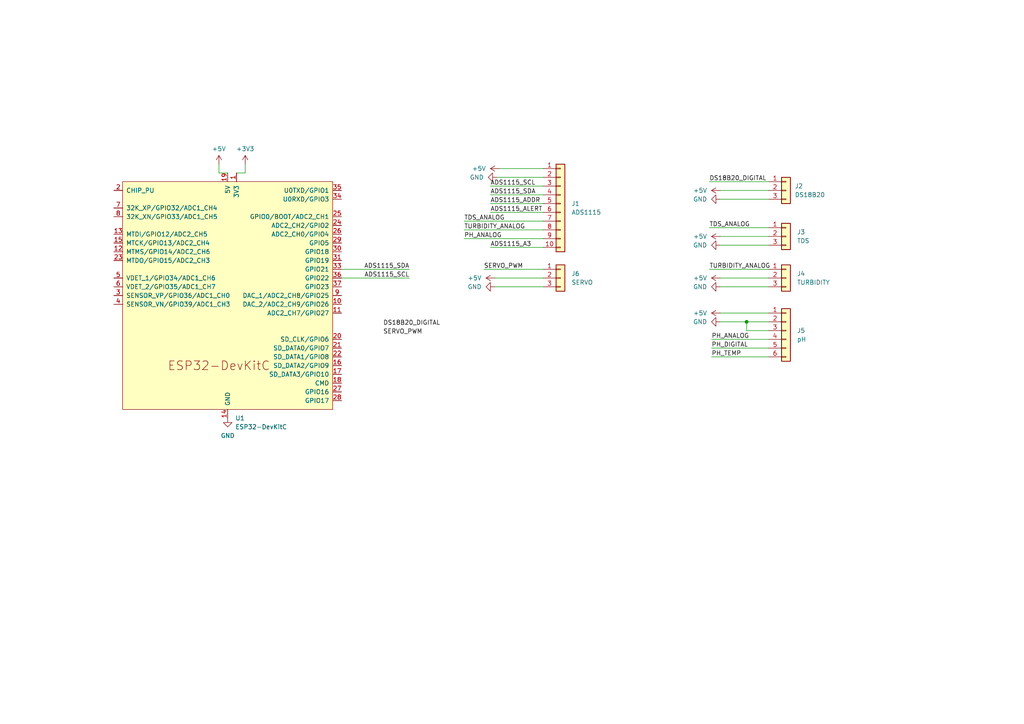
<source format=kicad_sch>
(kicad_sch (version 20230121) (generator eeschema)
  (paper "A4")
  (lib_symbols
    (symbol "Connector_Generic:Conn_01x03" (pin_names (offset 1.016) hide)
      (property "Reference" "J" (at 0 5.08 0))
      (property "Value" "Conn_01x03" (at 0 -5.08 0))
      (symbol "Conn_01x03_1_1"
        (rectangle (start -1.27 -2.413) (end 0 -2.667) (stroke (width 0.1524)))
        (rectangle (start -1.27 0.127) (end 0 -0.127) (stroke (width 0.1524)))
        (rectangle (start -1.27 2.667) (end 0 2.413) (stroke (width 0.1524)))
        (rectangle (start -1.27 3.81) (end 1.27 -3.81) (stroke (width 0.254)) (fill (type background)))
        (pin passive line (at -5.08 2.54 0) (length 3.81) (name "Pin_1") (number "1"))
        (pin passive line (at -5.08 0 0) (length 3.81) (name "Pin_2") (number "2"))
        (pin passive line (at -5.08 -2.54 0) (length 3.81) (name "Pin_3") (number "3"))
      )
    )
    (symbol "Connector_Generic:Conn_01x06" (pin_names (offset 1.016) hide)
      (property "Reference" "J" (at 0 7.62 0))
      (property "Value" "Conn_01x06" (at 0 -10.16 0))
      (symbol "Conn_01x06_1_1"
        (rectangle (start -1.27 -7.493) (end 0 -7.747) (stroke (width 0.1524)))
        (rectangle (start -1.27 -4.953) (end 0 -5.207) (stroke (width 0.1524)))
        (rectangle (start -1.27 -2.413) (end 0 -2.667) (stroke (width 0.1524)))
        (rectangle (start -1.27 0.127) (end 0 -0.127) (stroke (width 0.1524)))
        (rectangle (start -1.27 2.667) (end 0 2.413) (stroke (width 0.1524)))
        (rectangle (start -1.27 5.207) (end 0 4.953) (stroke (width 0.1524)))
        (rectangle (start -1.27 6.35) (end 1.27 -8.89) (stroke (width 0.254)) (fill (type background)))
        (pin passive line (at -5.08 5.08 0) (length 3.81) (name "Pin_1") (number "1"))
        (pin passive line (at -5.08 2.54 0) (length 3.81) (name "Pin_2") (number "2"))
        (pin passive line (at -5.08 0 0) (length 3.81) (name "Pin_3") (number "3"))
        (pin passive line (at -5.08 -2.54 0) (length 3.81) (name "Pin_4") (number "4"))
        (pin passive line (at -5.08 -5.08 0) (length 3.81) (name "Pin_5") (number "5"))
        (pin passive line (at -5.08 -7.62 0) (length 3.81) (name "Pin_6") (number "6"))
      )
    )
    (symbol "Connector_Generic:Conn_01x10" (pin_names (offset 1.016) hide)
      (property "Reference" "J" (at 0 12.7 0))
      (property "Value" "Conn_01x10" (at 0 -15.24 0))
      (symbol "Conn_01x10_1_1"
        (rectangle (start -1.27 -12.573) (end 0 -12.827) (stroke (width 0.1524)))
        (rectangle (start -1.27 -10.033) (end 0 -10.287) (stroke (width 0.1524)))
        (rectangle (start -1.27 -7.493) (end 0 -7.747) (stroke (width 0.1524)))
        (rectangle (start -1.27 -4.953) (end 0 -5.207) (stroke (width 0.1524)))
        (rectangle (start -1.27 -2.413) (end 0 -2.667) (stroke (width 0.1524)))
        (rectangle (start -1.27 0.127) (end 0 -0.127) (stroke (width 0.1524)))
        (rectangle (start -1.27 2.667) (end 0 2.413) (stroke (width 0.1524)))
        (rectangle (start -1.27 5.207) (end 0 4.953) (stroke (width 0.1524)))
        (rectangle (start -1.27 7.747) (end 0 7.493) (stroke (width 0.1524)))
        (rectangle (start -1.27 10.287) (end 0 10.033) (stroke (width 0.1524)))
        (rectangle (start -1.27 11.43) (end 1.27 -13.97) (stroke (width 0.254)) (fill (type background)))
        (pin passive line (at -5.08 10.16 0) (length 3.81) (name "Pin_1") (number "1"))
        (pin passive line (at -5.08 -12.7 0) (length 3.81) (name "Pin_10") (number "10"))
        (pin passive line (at -5.08 7.62 0) (length 3.81) (name "Pin_2") (number "2"))
        (pin passive line (at -5.08 5.08 0) (length 3.81) (name "Pin_3") (number "3"))
        (pin passive line (at -5.08 2.54 0) (length 3.81) (name "Pin_4") (number "4"))
        (pin passive line (at -5.08 0 0) (length 3.81) (name "Pin_5") (number "5"))
        (pin passive line (at -5.08 -2.54 0) (length 3.81) (name "Pin_6") (number "6"))
        (pin passive line (at -5.08 -5.08 0) (length 3.81) (name "Pin_7") (number "7"))
        (pin passive line (at -5.08 -7.62 0) (length 3.81) (name "Pin_8") (number "8"))
        (pin passive line (at -5.08 -10.16 0) (length 3.81) (name "Pin_9") (number "9"))
      )
    )
    (symbol "PCM_Espressif:ESP32-DevKitC" (pin_names (offset 1.016))
      (property "Reference" "U" (at -30.48 38.1 0))
      (property "Value" "ESP32-DevKitC" (at -30.48 35.56 0))
      (symbol "ESP32-DevKitC_0_0"
        (text "ESP32-DevKitC" (at -2.54 -20.32 0) (effects (font (size 2.54 2.54))))
        (pin power_in line (at 0 -35.56 90) (length 2.54) (name "GND") (number "14"))
        (pin power_in line (at 0 35.56 270) (length 2.54) (name "5V") (number "19"))
      )
      (symbol "ESP32-DevKitC_0_1"
        (rectangle (start -30.48 33.02) (end 30.48 -33.02) (fill (type background)))
      )
      (symbol "ESP32-DevKitC_1_1"
        (pin power_in line (at 2.54 35.56 270) (length 2.54) (name "3V3") (number "1"))
        (pin bidirectional line (at 33.02 -2.54 180) (length 2.54) (name "DAC_2/ADC2_CH9/GPIO26") (number "10"))
        (pin bidirectional line (at 33.02 -5.08 180) (length 2.54) (name "ADC2_CH7/GPIO27") (number "11"))
        (pin bidirectional line (at -33.02 12.7 0) (length 2.54) (name "MTMS/GPIO14/ADC2_CH6") (number "12"))
        (pin bidirectional line (at -33.02 17.78 0) (length 2.54) (name "MTDI/GPIO12/ADC2_CH5") (number "13"))
        (pin bidirectional line (at -33.02 15.24 0) (length 2.54) (name "MTCK/GPIO13/ADC2_CH4") (number "15"))
        (pin bidirectional line (at 33.02 -20.32 180) (length 2.54) (name "SD_DATA2/GPIO9") (number "16"))
        (pin bidirectional line (at 33.02 -22.86 180) (length 2.54) (name "SD_DATA3/GPIO10") (number "17"))
        (pin bidirectional line (at 33.02 -25.4 180) (length 2.54) (name "CMD") (number "18"))
        (pin input line (at -33.02 30.48 0) (length 2.54) (name "CHIP_PU") (number "2"))
        (pin bidirectional line (at 33.02 -12.7 180) (length 2.54) (name "SD_CLK/GPIO6") (number "20"))
        (pin bidirectional line (at 33.02 -15.24 180) (length 2.54) (name "SD_DATA0/GPIO7") (number "21"))
        (pin bidirectional line (at 33.02 -17.78 180) (length 2.54) (name "SD_DATA1/GPIO8") (number "22"))
        (pin bidirectional line (at -33.02 10.16 0) (length 2.54) (name "MTDO/GPIO15/ADC2_CH3") (number "23"))
        (pin bidirectional line (at 33.02 20.32 180) (length 2.54) (name "ADC2_CH2/GPIO2") (number "24"))
        (pin bidirectional line (at 33.02 22.86 180) (length 2.54) (name "GPIO0/BOOT/ADC2_CH1") (number "25"))
        (pin bidirectional line (at 33.02 17.78 180) (length 2.54) (name "ADC2_CH0/GPIO4") (number "26"))
        (pin bidirectional line (at 33.02 -27.94 180) (length 2.54) (name "GPIO16") (number "27"))
        (pin bidirectional line (at 33.02 -30.48 180) (length 2.54) (name "GPIO17") (number "28"))
        (pin bidirectional line (at 33.02 15.24 180) (length 2.54) (name "GPIO5") (number "29"))
        (pin input line (at -33.02 0 0) (length 2.54) (name "SENSOR_VP/GPIO36/ADC1_CH0") (number "3"))
        (pin bidirectional line (at 33.02 12.7 180) (length 2.54) (name "GPIO18") (number "30"))
        (pin bidirectional line (at 33.02 10.16 180) (length 2.54) (name "GPIO19") (number "31"))
        (pin passive line (at 0 -35.56 90) (length 2.54) hide (name "GND") (number "32"))
        (pin bidirectional line (at 33.02 7.62 180) (length 2.54) (name "GPIO21") (number "33"))
        (pin bidirectional line (at 33.02 27.94 180) (length 2.54) (name "U0RXD/GPIO3") (number "34"))
        (pin bidirectional line (at 33.02 30.48 180) (length 2.54) (name "U0TXD/GPIO1") (number "35"))
        (pin bidirectional line (at 33.02 5.08 180) (length 2.54) (name "GPIO22") (number "36"))
        (pin bidirectional line (at 33.02 2.54 180) (length 2.54) (name "GPIO23") (number "37"))
        (pin passive line (at 0 -35.56 90) (length 2.54) hide (name "GND") (number "38"))
        (pin input line (at -33.02 -2.54 0) (length 2.54) (name "SENSOR_VN/GPIO39/ADC1_CH3") (number "4"))
        (pin input line (at -33.02 5.08 0) (length 2.54) (name "VDET_1/GPIO34/ADC1_CH6") (number "5"))
        (pin input line (at -33.02 2.54 0) (length 2.54) (name "VDET_2/GPIO35/ADC1_CH7") (number "6"))
        (pin bidirectional line (at -33.02 25.4 0) (length 2.54) (name "32K_XP/GPIO32/ADC1_CH4") (number "7"))
        (pin bidirectional line (at -33.02 22.86 0) (length 2.54) (name "32K_XN/GPIO33/ADC1_CH5") (number "8"))
        (pin bidirectional line (at 33.02 0 180) (length 2.54) (name "DAC_1/ADC2_CH8/GPIO25") (number "9"))
      )
    )
    (symbol "power:+3V3" (power) (pin_names (offset 0))
      (property "Value" "+3V3" (at 0 3.556 0))
      (symbol "+3V3_0_1"
        (polyline (pts (xy -0.762 1.27) (xy 0 2.54)))
        (polyline (pts (xy 0 0) (xy 0 2.54)))
        (polyline (pts (xy 0 2.54) (xy 0.762 1.27)))
      )
      (symbol "+3V3_1_1"
        (pin power_in line (at 0 0 90) (length 0) hide (name "+3V3") (number "1"))
      )
    )
    (symbol "power:+5V" (power) (pin_names (offset 0))
      (property "Value" "+5V" (at 0 3.556 0))
      (symbol "+5V_0_1"
        (polyline (pts (xy -0.762 1.27) (xy 0 2.54)))
        (polyline (pts (xy 0 0) (xy 0 2.54)))
        (polyline (pts (xy 0 2.54) (xy 0.762 1.27)))
      )
      (symbol "+5V_1_1"
        (pin power_in line (at 0 0 90) (length 0) hide (name "+5V") (number "1"))
      )
    )
    (symbol "power:GND" (power) (pin_names (offset 0))
      (property "Value" "GND" (at 0 -3.81 0))
      (symbol "GND_0_1"
        (polyline (pts (xy 0 0) (xy 0 -1.27) (xy 1.27 -1.27) (xy 0 -2.54) (xy -1.27 -1.27) (xy 0 -1.27)))
      )
      (symbol "GND_1_1"
        (pin power_in line (at 0 0 270) (length 0) hide (name "GND") (number "1"))
      )
    )
  )
  (junction (at 216.535 93.345))
  (wire (pts (xy 99.06 78.105) (xy 118.745 78.105)))
  (wire (pts (xy 99.06 80.645) (xy 118.745 80.645)))
  (wire (pts (xy 208.915 57.785) (xy 222.885 57.785)))
  (wire (pts (xy 142.24 71.755) (xy 157.48 71.755)))
  (wire (pts (xy 208.915 80.645) (xy 222.885 80.645)))
  (wire (pts (xy 208.915 68.58) (xy 222.885 68.58)))
  (wire (pts (xy 71.12 50.165) (xy 68.58 50.165)))
  (wire (pts (xy 205.74 66.04) (xy 222.885 66.04)))
  (wire (pts (xy 142.24 61.595) (xy 157.48 61.595)))
  (wire (pts (xy 142.24 53.975) (xy 157.48 53.975)))
  (wire (pts (xy 144.78 48.895) (xy 157.48 48.895)))
  (wire (pts (xy 140.335 78.105) (xy 157.48 78.105)))
  (wire (pts (xy 205.74 78.105) (xy 222.885 78.105)))
  (wire (pts (xy 206.375 103.505) (xy 222.885 103.505)))
  (wire (pts (xy 63.5 47.625) (xy 63.5 50.165)))
  (wire (pts (xy 208.915 71.12) (xy 222.885 71.12)))
  (wire (pts (xy 63.5 50.165) (xy 66.04 50.165)))
  (wire (pts (xy 208.915 93.345) (xy 216.535 93.345)))
  (wire (pts (xy 222.885 98.425) (xy 206.375 98.425)))
  (wire (pts (xy 143.51 83.185) (xy 157.48 83.185)))
  (wire (pts (xy 208.915 90.805) (xy 222.885 90.805)))
  (wire (pts (xy 216.535 95.885) (xy 222.885 95.885)))
  (wire (pts (xy 144.145 51.435) (xy 157.48 51.435)))
  (wire (pts (xy 208.915 55.245) (xy 222.885 55.245)))
  (wire (pts (xy 206.375 100.965) (xy 222.885 100.965)))
  (wire (pts (xy 143.51 80.645) (xy 157.48 80.645)))
  (wire (pts (xy 142.24 59.055) (xy 157.48 59.055)))
  (wire (pts (xy 134.62 66.675) (xy 157.48 66.675)))
  (wire (pts (xy 142.24 56.515) (xy 157.48 56.515)))
  (wire (pts (xy 208.915 83.185) (xy 222.885 83.185)))
  (wire (pts (xy 216.535 95.885) (xy 216.535 93.345)))
  (wire (pts (xy 71.12 47.625) (xy 71.12 50.165)))
  (wire (pts (xy 205.74 52.705) (xy 222.885 52.705)))
  (wire (pts (xy 134.62 69.215) (xy 157.48 69.215)))
  (wire (pts (xy 216.535 93.345) (xy 222.885 93.345)))
  (wire (pts (xy 134.62 64.135) (xy 157.48 64.135)))
  (label "ADS1115_ALERT" (at 142.24 61.595 0))
  (label "TDS_ANALOG" (at 134.62 64.135 0))
  (label "TURBIDITY_ANALOG" (at 205.74 78.105 0))
  (label "ADS1115_A3" (at 142.24 71.755 0))
  (label "ADS1115_ADDR" (at 142.24 59.055 0))
  (label "PH_TEMP" (at 206.375 103.505 0))
  (label "ADS1115_SDA" (at 118.745 78.105 180))
  (label "SERVO_PWM" (at 111.125 97.155 0))
  (label "PH_DIGITAL" (at 206.375 100.965 0))
  (label "DS18B20_DIGITAL" (at 111.125 94.615 0))
  (label "ADS1115_SDA" (at 142.24 56.515 0))
  (label "PH_ANALOG" (at 134.62 69.215 0))
  (label "SERVO_PWM" (at 140.335 78.105 0))
  (label "TURBIDITY_ANALOG" (at 134.62 66.675 0))
  (label "ADS1115_SCL" (at 142.24 53.975 0))
  (label "TDS_ANALOG" (at 205.74 66.04 0))
  (label "PH_ANALOG" (at 206.375 98.425 0))
  (label "DS18B20_DIGITAL" (at 205.74 52.705 0))
  (label "ADS1115_SCL" (at 118.745 80.645 180))
  (symbol (lib_id "power:+5V") (at 143.51 80.645 90) (unit 1)
    (property "Reference" "#PWR014" (effects hide))
    (property "Value" "+5V" (at 139.7 80.645 90) (effects (justify left)))
  )
  (symbol (lib_id "power:+5V") (at 208.915 55.245 90) (unit 1)
    (property "Reference" "#PWR06" (effects hide))
    (property "Value" "+5V" (at 205.105 55.245 90) (effects (justify left)))
  )
  (symbol (lib_id "power:+5V") (at 208.915 90.805 90) (unit 1)
    (property "Reference" "#PWR012" (effects hide))
    (property "Value" "+5V" (at 205.105 90.805 90) (effects (justify left)))
  )
  (symbol (lib_id "Connector_Generic:Conn_01x03") (at 227.965 68.58 0) (unit 1)
    (property "Reference" "J3" (at 231.14 67.31 0) (effects (justify left)))
    (property "Value" "TDS" (at 231.14 69.85 0) (effects (justify left)))
  )
  (symbol (lib_id "PCM_Espressif:ESP32-DevKitC") (at 66.04 85.725 0) (unit 1)
    (property "Reference" "U1" (at 68.2341 121.285 0) (effects (justify left)))
    (property "Value" "ESP32-DevKitC" (at 68.2341 123.825 0) (effects (justify left)))
    (property "Footprint" "PCM_Espressif:ESP32-DevKitC" (effects hide))
    (property "Datasheet" "https://docs.espressif.com/projects/esp-idf/zh_CN/latest/esp32/hw-reference/esp32/get-started-devkitc.html" (effects hide))
  )
  (symbol (lib_id "power:+5V") (at 144.78 48.895 90) (unit 1)
    (property "Reference" "#PWR04" (effects hide))
    (property "Value" "+5V" (at 140.97 48.895 90) (effects (justify left)))
  )
  (symbol (lib_id "power:+3V3") (at 71.12 47.625 0) (unit 1)
    (property "Reference" "#PWR03" (effects hide))
    (property "Value" "+3V3" (at 71.12 43.18 0))
  )
  (symbol (lib_id "Connector_Generic:Conn_01x03") (at 162.56 80.645 0) (unit 1)
    (property "Reference" "J6" (at 165.735 79.375 0) (effects (justify left)))
    (property "Value" "SERVO" (at 165.735 81.915 0) (effects (justify left)))
  )
  (symbol (lib_id "power:GND") (at 208.915 71.12 270) (unit 1)
    (property "Reference" "#PWR09" (effects hide))
    (property "Value" "GND" (at 205.105 71.12 90) (effects (justify right)))
  )
  (symbol (lib_id "power:GND") (at 208.915 57.785 270) (unit 1)
    (property "Reference" "#PWR07" (effects hide))
    (property "Value" "GND" (at 205.105 57.785 90) (effects (justify right)))
  )
  (symbol (lib_id "power:GND") (at 144.145 51.435 270) (unit 1)
    (property "Reference" "#PWR05" (effects hide))
    (property "Value" "GND" (at 140.335 51.435 90) (effects (justify right)))
  )
  (symbol (lib_id "power:GND") (at 208.915 83.185 270) (unit 1)
    (property "Reference" "#PWR011" (effects hide))
    (property "Value" "GND" (at 205.105 83.185 90) (effects (justify right)))
  )
  (symbol (lib_id "Connector_Generic:Conn_01x10") (at 162.56 59.055 0) (unit 1)
    (property "Reference" "J1" (at 165.735 59.055 0) (effects (justify left)))
    (property "Value" "ADS1115" (at 165.735 61.595 0) (effects (justify left)))
  )
  (symbol (lib_id "Connector_Generic:Conn_01x03") (at 227.965 80.645 0) (unit 1)
    (property "Reference" "J4" (at 231.14 79.375 0) (effects (justify left)))
    (property "Value" "TURBIDITY" (at 231.14 81.915 0) (effects (justify left)))
  )
  (symbol (lib_id "power:GND") (at 143.51 83.185 270) (unit 1)
    (property "Reference" "#PWR015" (effects hide))
    (property "Value" "GND" (at 139.7 83.185 90) (effects (justify right)))
  )
  (symbol (lib_id "Connector_Generic:Conn_01x06") (at 227.965 95.885 0) (unit 1)
    (property "Reference" "J5" (at 231.14 95.885 0) (effects (justify left)))
    (property "Value" "pH" (at 231.14 98.425 0) (effects (justify left)))
  )
  (symbol (lib_id "Connector_Generic:Conn_01x03") (at 227.965 55.245 0) (unit 1)
    (property "Reference" "J2" (at 230.505 53.975 0) (effects (justify left)))
    (property "Value" "DS18B20" (at 230.505 56.515 0) (effects (justify left)))
  )
  (symbol (lib_id "power:+5V") (at 208.915 68.58 90) (unit 1)
    (property "Reference" "#PWR08" (effects hide))
    (property "Value" "+5V" (at 205.105 68.58 90) (effects (justify left)))
  )
  (symbol (lib_id "power:GND") (at 208.915 93.345 270) (unit 1)
    (property "Reference" "#PWR013" (effects hide))
    (property "Value" "GND" (at 205.105 93.345 90) (effects (justify right)))
  )
  (symbol (lib_id "power:GND") (at 66.04 121.285 0) (unit 1)
    (property "Reference" "#PWR01" (effects hide))
    (property "Value" "GND" (at 66.04 126.365 0))
  )
  (symbol (lib_id "power:+5V") (at 208.915 80.645 90) (unit 1)
    (property "Reference" "#PWR010" (effects hide))
    (property "Value" "+5V" (at 205.105 80.645 90) (effects (justify left)))
  )
  (symbol (lib_id "power:+5V") (at 63.5 47.625 0) (unit 1)
    (property "Reference" "#PWR02" (effects hide))
    (property "Value" "+5V" (at 63.5 43.18 0))
  )
)
</source>
